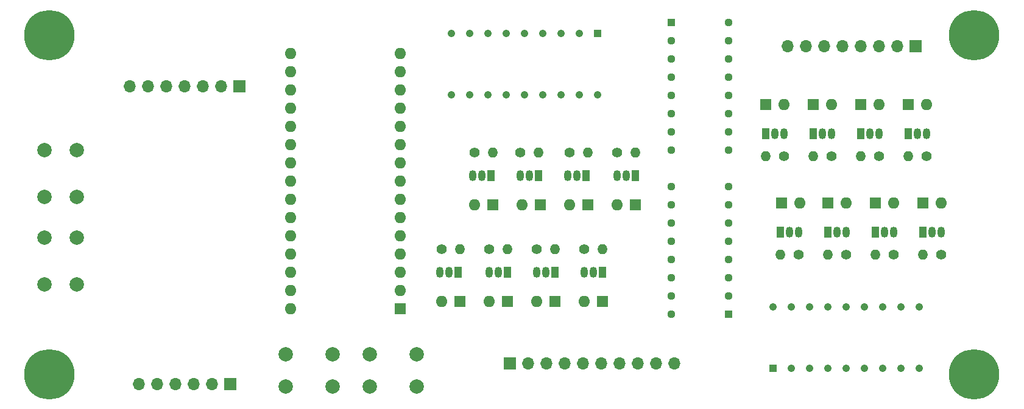
<source format=gbs>
G04 #@! TF.GenerationSoftware,KiCad,Pcbnew,(6.0.2)*
G04 #@! TF.CreationDate,2022-06-24T18:07:30+02:00*
G04 #@! TF.ProjectId,divergence_meter_logic,64697665-7267-4656-9e63-655f6d657465,rev?*
G04 #@! TF.SameCoordinates,Original*
G04 #@! TF.FileFunction,Soldermask,Bot*
G04 #@! TF.FilePolarity,Negative*
%FSLAX46Y46*%
G04 Gerber Fmt 4.6, Leading zero omitted, Abs format (unit mm)*
G04 Created by KiCad (PCBNEW (6.0.2)) date 2022-06-24 18:07:30*
%MOMM*%
%LPD*%
G01*
G04 APERTURE LIST*
%ADD10R,1.600000X1.600000*%
%ADD11O,1.600000X1.600000*%
%ADD12R,1.130000X1.130000*%
%ADD13C,1.130000*%
%ADD14C,2.000000*%
%ADD15C,0.800000*%
%ADD16C,7.000000*%
%ADD17C,1.400000*%
%ADD18O,1.400000X1.400000*%
%ADD19R,1.060000X1.060000*%
%ADD20C,1.060000*%
%ADD21R,1.050000X1.500000*%
%ADD22O,1.050000X1.500000*%
%ADD23R,1.700000X1.700000*%
%ADD24O,1.700000X1.700000*%
G04 APERTURE END LIST*
D10*
X169291000Y-100584000D03*
D11*
X166751000Y-100584000D03*
D10*
X160655000Y-87122000D03*
D11*
X158115000Y-87122000D03*
D12*
X178910000Y-61722000D03*
D13*
X178910000Y-64262000D03*
X178910000Y-66802000D03*
X178910000Y-69342000D03*
X178910000Y-71882000D03*
X178910000Y-74422000D03*
X178910000Y-76962000D03*
X178910000Y-79502000D03*
X186850000Y-79502000D03*
X186850000Y-76962000D03*
X186850000Y-74422000D03*
X186850000Y-71882000D03*
X186850000Y-69342000D03*
X186850000Y-66802000D03*
X186850000Y-64262000D03*
X186850000Y-61722000D03*
D10*
X207264000Y-86868000D03*
D11*
X209804000Y-86868000D03*
D14*
X131774000Y-107986000D03*
X125274000Y-107986000D03*
X131774000Y-112486000D03*
X125274000Y-112486000D03*
D10*
X200660000Y-86868000D03*
D11*
X203200000Y-86868000D03*
D15*
X222836155Y-65356155D03*
X220980000Y-60875000D03*
X222836155Y-61643845D03*
X219123845Y-61643845D03*
X219123845Y-65356155D03*
X223605000Y-63500000D03*
X220980000Y-66125000D03*
X218355000Y-63500000D03*
D16*
X220980000Y-63500000D03*
D17*
X207772000Y-80391000D03*
D18*
X205232000Y-80391000D03*
D17*
X209804000Y-94107000D03*
D18*
X207264000Y-94107000D03*
D19*
X193040000Y-109914000D03*
D20*
X195580000Y-109914000D03*
X198120000Y-109914000D03*
X200660000Y-109914000D03*
X203200000Y-109914000D03*
X205740000Y-109914000D03*
X208280000Y-109914000D03*
X210820000Y-109914000D03*
X213360000Y-109914000D03*
X213360000Y-101414000D03*
X210820000Y-101414000D03*
X208280000Y-101414000D03*
X205740000Y-101414000D03*
X203200000Y-101414000D03*
X200660000Y-101414000D03*
X198120000Y-101414000D03*
X195580000Y-101414000D03*
X193040000Y-101414000D03*
D10*
X173863000Y-87122000D03*
D11*
X171323000Y-87122000D03*
D10*
X198628000Y-73152000D03*
D11*
X201168000Y-73152000D03*
D15*
X94312155Y-65356155D03*
X89831000Y-63500000D03*
X90599845Y-65356155D03*
X92456000Y-66125000D03*
X94312155Y-61643845D03*
D16*
X92456000Y-63500000D03*
D15*
X92456000Y-60875000D03*
X90599845Y-61643845D03*
X95081000Y-63500000D03*
D21*
X207264000Y-90932000D03*
D22*
X208534000Y-90932000D03*
X209804000Y-90932000D03*
D21*
X173863000Y-83058000D03*
D22*
X172593000Y-83058000D03*
X171323000Y-83058000D03*
D21*
X194056000Y-90932000D03*
D22*
X195326000Y-90932000D03*
X196596000Y-90932000D03*
D17*
X166751000Y-93345000D03*
D18*
X169291000Y-93345000D03*
D21*
X149225000Y-96520000D03*
D22*
X147955000Y-96520000D03*
X146685000Y-96520000D03*
D12*
X186850000Y-102362000D03*
D13*
X186850000Y-99822000D03*
X186850000Y-97282000D03*
X186850000Y-94742000D03*
X186850000Y-92202000D03*
X186850000Y-89662000D03*
X186850000Y-87122000D03*
X186850000Y-84582000D03*
X178910000Y-84582000D03*
X178910000Y-87122000D03*
X178910000Y-89662000D03*
X178910000Y-92202000D03*
X178910000Y-94742000D03*
X178910000Y-97282000D03*
X178910000Y-99822000D03*
X178910000Y-102362000D03*
D21*
X211836000Y-77216000D03*
D22*
X213106000Y-77216000D03*
X214376000Y-77216000D03*
D21*
X167005000Y-83058000D03*
D22*
X165735000Y-83058000D03*
X164465000Y-83058000D03*
D17*
X157911000Y-79883000D03*
D18*
X160451000Y-79883000D03*
D21*
X162687000Y-96520000D03*
D22*
X161417000Y-96520000D03*
X160147000Y-96520000D03*
D21*
X200660000Y-90932000D03*
D22*
X201930000Y-90932000D03*
X203200000Y-90932000D03*
D17*
X203200000Y-94107000D03*
D18*
X200660000Y-94107000D03*
D14*
X143458000Y-107986000D03*
X136958000Y-107986000D03*
X143458000Y-112486000D03*
X136958000Y-112486000D03*
D10*
X213868000Y-86868000D03*
D11*
X216408000Y-86868000D03*
D21*
X160401000Y-83058000D03*
D22*
X159131000Y-83058000D03*
X157861000Y-83058000D03*
D21*
X153797000Y-83058000D03*
D22*
X152527000Y-83058000D03*
X151257000Y-83058000D03*
D21*
X205232000Y-77216000D03*
D22*
X206502000Y-77216000D03*
X207772000Y-77216000D03*
D17*
X214376000Y-80391000D03*
D18*
X211836000Y-80391000D03*
D14*
X96230000Y-98246000D03*
X96230000Y-91746000D03*
X91730000Y-91746000D03*
X91730000Y-98246000D03*
D21*
X169291000Y-96520000D03*
D22*
X168021000Y-96520000D03*
X166751000Y-96520000D03*
D19*
X168656000Y-63314000D03*
D20*
X166116000Y-63314000D03*
X163576000Y-63314000D03*
X161036000Y-63314000D03*
X158496000Y-63314000D03*
X155956000Y-63314000D03*
X153416000Y-63314000D03*
X150876000Y-63314000D03*
X148336000Y-63314000D03*
X148336000Y-71814000D03*
X150876000Y-71814000D03*
X153416000Y-71814000D03*
X155956000Y-71814000D03*
X158496000Y-71814000D03*
X161036000Y-71814000D03*
X163576000Y-71814000D03*
X166116000Y-71814000D03*
X168656000Y-71814000D03*
D10*
X149479000Y-100584000D03*
D11*
X146939000Y-100584000D03*
D21*
X198628000Y-77216000D03*
D22*
X199898000Y-77216000D03*
X201168000Y-77216000D03*
D10*
X192024000Y-73152000D03*
D11*
X194564000Y-73152000D03*
D17*
X160147000Y-93345000D03*
D18*
X162687000Y-93345000D03*
D17*
X153543000Y-93345000D03*
D18*
X156083000Y-93345000D03*
D17*
X171323000Y-79883000D03*
D18*
X173863000Y-79883000D03*
D17*
X164719000Y-79883000D03*
D18*
X167259000Y-79883000D03*
D10*
X141224000Y-101600000D03*
D11*
X141224000Y-99060000D03*
X141224000Y-96520000D03*
X141224000Y-93980000D03*
X141224000Y-91440000D03*
X141224000Y-88900000D03*
X141224000Y-86360000D03*
X141224000Y-83820000D03*
X141224000Y-81280000D03*
X141224000Y-78740000D03*
X141224000Y-76200000D03*
X141224000Y-73660000D03*
X141224000Y-71120000D03*
X141224000Y-68580000D03*
X141224000Y-66040000D03*
X125984000Y-66040000D03*
X125984000Y-68580000D03*
X125984000Y-71120000D03*
X125984000Y-73660000D03*
X125984000Y-76200000D03*
X125984000Y-78740000D03*
X125984000Y-81280000D03*
X125984000Y-83820000D03*
X125984000Y-86360000D03*
X125984000Y-88900000D03*
X125984000Y-91440000D03*
X125984000Y-93980000D03*
X125984000Y-96520000D03*
X125984000Y-99060000D03*
X125984000Y-101600000D03*
D17*
X194564000Y-80391000D03*
D18*
X192024000Y-80391000D03*
D10*
X154051000Y-87122000D03*
D11*
X151511000Y-87122000D03*
D17*
X146939000Y-93345000D03*
D18*
X149479000Y-93345000D03*
D10*
X194154315Y-86868000D03*
D11*
X196694315Y-86868000D03*
D15*
X94312155Y-112600155D03*
X92456000Y-113369000D03*
X90599845Y-112600155D03*
X95081000Y-110744000D03*
X89831000Y-110744000D03*
X94312155Y-108887845D03*
X92456000Y-108119000D03*
X90599845Y-108887845D03*
D16*
X92456000Y-110744000D03*
D22*
X194564000Y-77216000D03*
X193294000Y-77216000D03*
D21*
X192024000Y-77216000D03*
D10*
X211836000Y-73152000D03*
D11*
X214376000Y-73152000D03*
D23*
X117577000Y-112168000D03*
D24*
X115037000Y-112168000D03*
X112497000Y-112168000D03*
X109957000Y-112168000D03*
X107417000Y-112168000D03*
X104877000Y-112168000D03*
D10*
X167259000Y-87122000D03*
D11*
X164719000Y-87122000D03*
D14*
X96230000Y-86054000D03*
X96230000Y-79554000D03*
X91730000Y-79554000D03*
X91730000Y-86054000D03*
D23*
X156464000Y-109220000D03*
D24*
X159004000Y-109220000D03*
X161544000Y-109220000D03*
X164084000Y-109220000D03*
X166624000Y-109220000D03*
X169164000Y-109220000D03*
X171704000Y-109220000D03*
X174244000Y-109220000D03*
X176784000Y-109220000D03*
X179324000Y-109220000D03*
D10*
X156083000Y-100584000D03*
D11*
X153543000Y-100584000D03*
D21*
X156083000Y-96520000D03*
D22*
X154813000Y-96520000D03*
X153543000Y-96520000D03*
D17*
X201168000Y-80391000D03*
D18*
X198628000Y-80391000D03*
D17*
X216408000Y-94107000D03*
D18*
X213868000Y-94107000D03*
D10*
X162687000Y-100584000D03*
D11*
X160147000Y-100584000D03*
D10*
X205232000Y-73152000D03*
D11*
X207772000Y-73152000D03*
D21*
X213868000Y-90932000D03*
D22*
X215138000Y-90932000D03*
X216408000Y-90932000D03*
D23*
X212852000Y-65024000D03*
D24*
X210312000Y-65024000D03*
X207772000Y-65024000D03*
X205232000Y-65024000D03*
X202692000Y-65024000D03*
X200152000Y-65024000D03*
X197612000Y-65024000D03*
X195072000Y-65024000D03*
D17*
X151511000Y-79883000D03*
D18*
X154051000Y-79883000D03*
D17*
X196596000Y-94107000D03*
D18*
X194056000Y-94107000D03*
D16*
X220980000Y-110744000D03*
D15*
X223605000Y-110744000D03*
X219123845Y-112600155D03*
X220980000Y-108119000D03*
X222836155Y-112600155D03*
X220980000Y-113369000D03*
X218355000Y-110744000D03*
X222836155Y-108887845D03*
X219123845Y-108887845D03*
D23*
X118872000Y-70684000D03*
D24*
X116332000Y-70684000D03*
X113792000Y-70684000D03*
X111252000Y-70684000D03*
X108712000Y-70684000D03*
X106172000Y-70684000D03*
X103632000Y-70684000D03*
M02*

</source>
